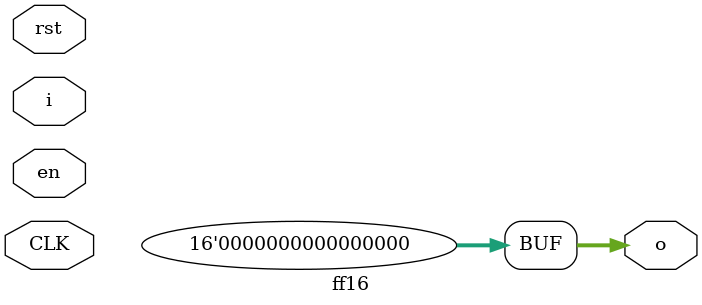
<source format=v>
`timescale 1ns / 1ps
/*
 * This software is Copyright (c) 2018 Denis Burykin
 * [denis_burykin yahoo com], [denis-burykin2014 yandex ru]
 * and it is hereby released to the general public under the following terms:
 * Redistribution and use in source and binary forms, with or without
 * modification, are permitted.
 *
 */

`include "../sha512.vh"

`ifndef SIMULATION

module ff16 #(
	parameter N = 16
	)(
	input CLK,
	input en, rst,
	input [N-1:0] i,
	output reg [N-1:0] o = 0
	);

endmodule

`else

module ff16 #(
	parameter N = 16
	)(
	input CLK,
	input en, rst,
	input [N-1:0] i,
	output reg [N-1:0] o = 0
	);

	always @(posedge CLK)
		if (rst)
			o <= 0;
		else if (en)
			o <= i;

endmodule

`endif

</source>
